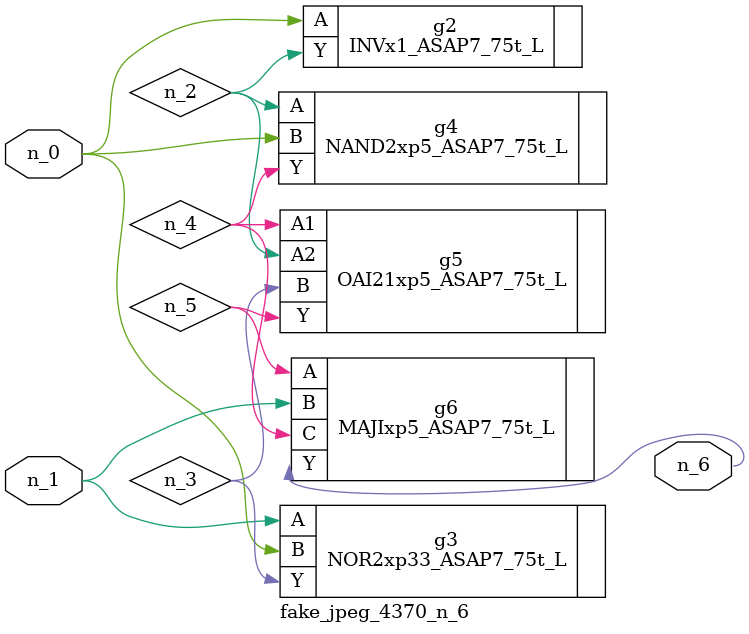
<source format=v>
module fake_jpeg_4370_n_6 (n_0, n_1, n_6);

input n_0;
input n_1;

output n_6;

wire n_3;
wire n_2;
wire n_4;
wire n_5;

INVx1_ASAP7_75t_L g2 ( 
.A(n_0),
.Y(n_2)
);

NOR2xp33_ASAP7_75t_L g3 ( 
.A(n_1),
.B(n_0),
.Y(n_3)
);

NAND2xp5_ASAP7_75t_L g4 ( 
.A(n_2),
.B(n_0),
.Y(n_4)
);

OAI21xp5_ASAP7_75t_L g5 ( 
.A1(n_4),
.A2(n_2),
.B(n_3),
.Y(n_5)
);

MAJIxp5_ASAP7_75t_L g6 ( 
.A(n_5),
.B(n_1),
.C(n_4),
.Y(n_6)
);


endmodule
</source>
